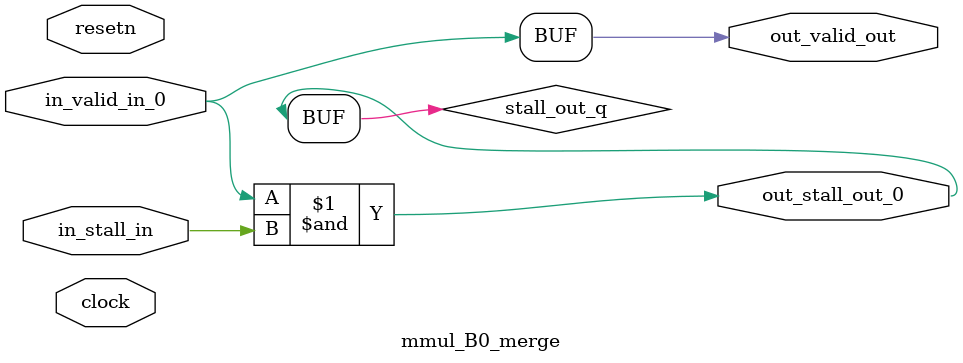
<source format=sv>



(* altera_attribute = "-name AUTO_SHIFT_REGISTER_RECOGNITION OFF; -name MESSAGE_DISABLE 10036; -name MESSAGE_DISABLE 10037; -name MESSAGE_DISABLE 14130; -name MESSAGE_DISABLE 14320; -name MESSAGE_DISABLE 15400; -name MESSAGE_DISABLE 14130; -name MESSAGE_DISABLE 10036; -name MESSAGE_DISABLE 12020; -name MESSAGE_DISABLE 12030; -name MESSAGE_DISABLE 12010; -name MESSAGE_DISABLE 12110; -name MESSAGE_DISABLE 14320; -name MESSAGE_DISABLE 13410; -name MESSAGE_DISABLE 113007; -name MESSAGE_DISABLE 10958" *)
module mmul_B0_merge (
    input wire [0:0] in_stall_in,
    input wire [0:0] in_valid_in_0,
    output wire [0:0] out_stall_out_0,
    output wire [0:0] out_valid_out,
    input wire clock,
    input wire resetn
    );

    wire [0:0] stall_out_q;


    // stall_out(LOGICAL,6)
    assign stall_out_q = in_valid_in_0 & in_stall_in;

    // out_stall_out_0(GPOUT,4)
    assign out_stall_out_0 = stall_out_q;

    // out_valid_out(GPOUT,5)
    assign out_valid_out = in_valid_in_0;

endmodule

</source>
